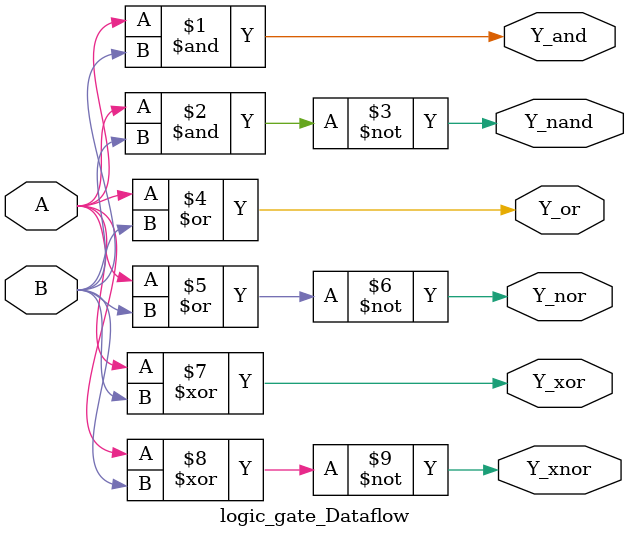
<source format=v>
module logic_gate_Dataflow(input A,
                           input B,
						   output Y_and,
						   output Y_nand,
						   output Y_nor,
						   output Y_or,
						   output Y_xnor,
						   output Y_xor);
  
 assign Y_and=A&B;
 assign Y_nand=~(A&B);
 assign Y_or=A|B;
 assign Y_nor=~(A|B);
 assign Y_xor=A^B;
 assign Y_xnor=~(A^B);
 
endmodule

</source>
